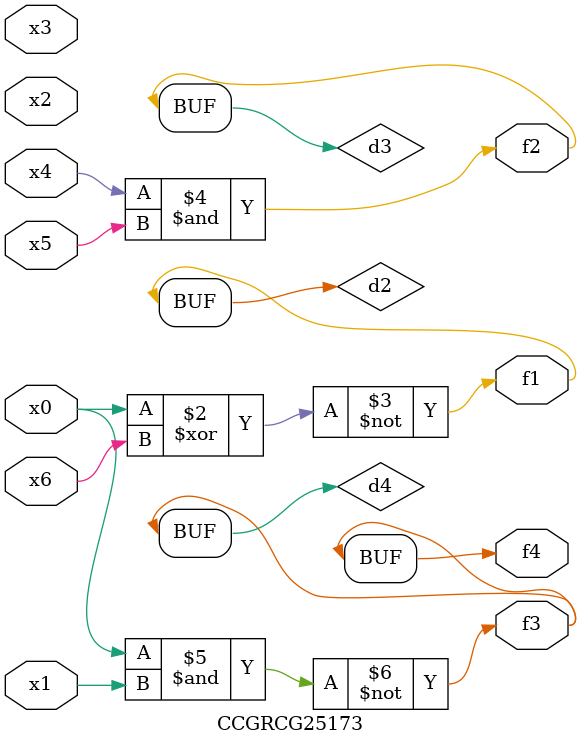
<source format=v>
module CCGRCG25173(
	input x0, x1, x2, x3, x4, x5, x6,
	output f1, f2, f3, f4
);

	wire d1, d2, d3, d4;

	nor (d1, x0);
	xnor (d2, x0, x6);
	and (d3, x4, x5);
	nand (d4, x0, x1);
	assign f1 = d2;
	assign f2 = d3;
	assign f3 = d4;
	assign f4 = d4;
endmodule

</source>
